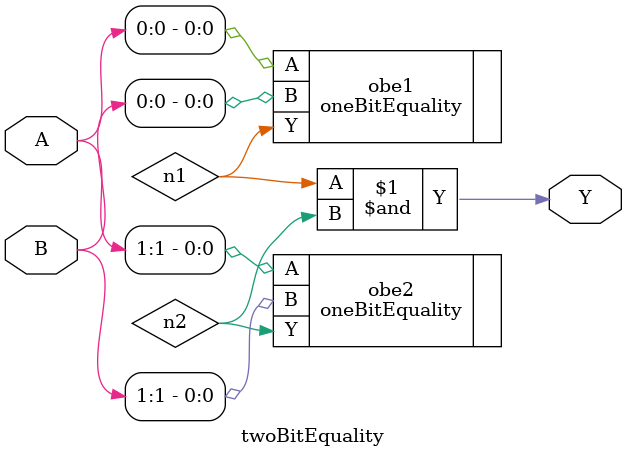
<source format=v>
`timescale 1ns / 1ps


module twoBitEquality(
    input [1:0] A,
    input [1:0] B,
    output Y
);
wire n1;
wire n2;

oneBitEquality obe1 (.A(A[0]), .B(B[0]), .Y(n1));
oneBitEquality obe2 (.A(A[1]), .B(B[1]), .Y(n2));

and(Y,n1,n2);

endmodule

</source>
